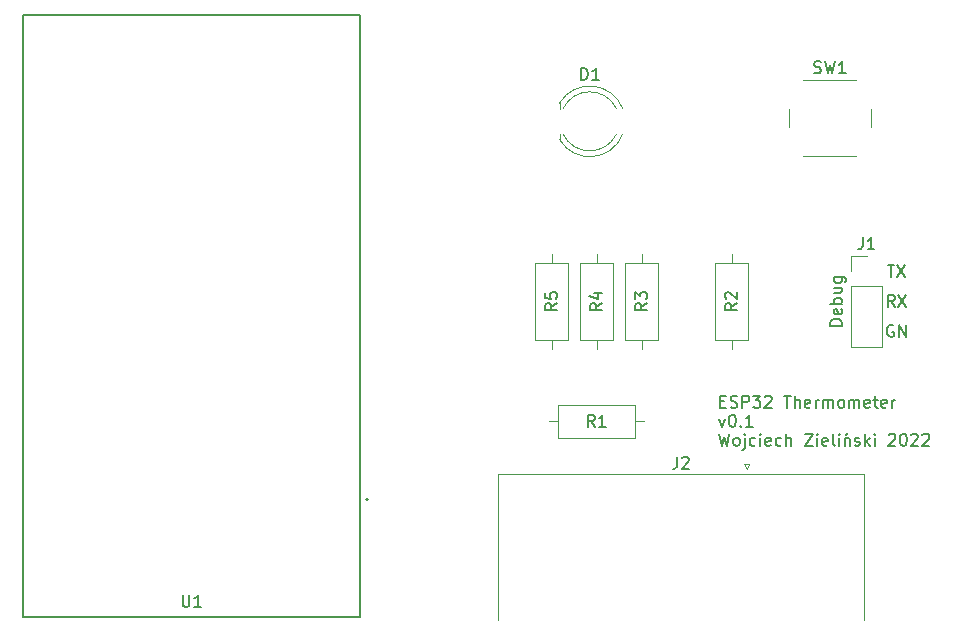
<source format=gbr>
G04 #@! TF.GenerationSoftware,KiCad,Pcbnew,6.0.7-1.fc36*
G04 #@! TF.CreationDate,2022-09-04T22:09:16+02:00*
G04 #@! TF.ProjectId,Project,50726f6a-6563-4742-9e6b-696361645f70,rev?*
G04 #@! TF.SameCoordinates,Original*
G04 #@! TF.FileFunction,Legend,Top*
G04 #@! TF.FilePolarity,Positive*
%FSLAX46Y46*%
G04 Gerber Fmt 4.6, Leading zero omitted, Abs format (unit mm)*
G04 Created by KiCad (PCBNEW 6.0.7-1.fc36) date 2022-09-04 22:09:16*
%MOMM*%
%LPD*%
G01*
G04 APERTURE LIST*
%ADD10C,0.150000*%
%ADD11C,0.120000*%
%ADD12C,0.127000*%
%ADD13C,0.200000*%
G04 APERTURE END LIST*
D10*
X99395595Y-117698571D02*
X99728928Y-117698571D01*
X99871785Y-118222380D02*
X99395595Y-118222380D01*
X99395595Y-117222380D01*
X99871785Y-117222380D01*
X100252738Y-118174761D02*
X100395595Y-118222380D01*
X100633690Y-118222380D01*
X100728928Y-118174761D01*
X100776547Y-118127142D01*
X100824166Y-118031904D01*
X100824166Y-117936666D01*
X100776547Y-117841428D01*
X100728928Y-117793809D01*
X100633690Y-117746190D01*
X100443214Y-117698571D01*
X100347976Y-117650952D01*
X100300357Y-117603333D01*
X100252738Y-117508095D01*
X100252738Y-117412857D01*
X100300357Y-117317619D01*
X100347976Y-117270000D01*
X100443214Y-117222380D01*
X100681309Y-117222380D01*
X100824166Y-117270000D01*
X101252738Y-118222380D02*
X101252738Y-117222380D01*
X101633690Y-117222380D01*
X101728928Y-117270000D01*
X101776547Y-117317619D01*
X101824166Y-117412857D01*
X101824166Y-117555714D01*
X101776547Y-117650952D01*
X101728928Y-117698571D01*
X101633690Y-117746190D01*
X101252738Y-117746190D01*
X102157500Y-117222380D02*
X102776547Y-117222380D01*
X102443214Y-117603333D01*
X102586071Y-117603333D01*
X102681309Y-117650952D01*
X102728928Y-117698571D01*
X102776547Y-117793809D01*
X102776547Y-118031904D01*
X102728928Y-118127142D01*
X102681309Y-118174761D01*
X102586071Y-118222380D01*
X102300357Y-118222380D01*
X102205119Y-118174761D01*
X102157500Y-118127142D01*
X103157500Y-117317619D02*
X103205119Y-117270000D01*
X103300357Y-117222380D01*
X103538452Y-117222380D01*
X103633690Y-117270000D01*
X103681309Y-117317619D01*
X103728928Y-117412857D01*
X103728928Y-117508095D01*
X103681309Y-117650952D01*
X103109880Y-118222380D01*
X103728928Y-118222380D01*
X104776547Y-117222380D02*
X105347976Y-117222380D01*
X105062261Y-118222380D02*
X105062261Y-117222380D01*
X105681309Y-118222380D02*
X105681309Y-117222380D01*
X106109880Y-118222380D02*
X106109880Y-117698571D01*
X106062261Y-117603333D01*
X105967023Y-117555714D01*
X105824166Y-117555714D01*
X105728928Y-117603333D01*
X105681309Y-117650952D01*
X106967023Y-118174761D02*
X106871785Y-118222380D01*
X106681309Y-118222380D01*
X106586071Y-118174761D01*
X106538452Y-118079523D01*
X106538452Y-117698571D01*
X106586071Y-117603333D01*
X106681309Y-117555714D01*
X106871785Y-117555714D01*
X106967023Y-117603333D01*
X107014642Y-117698571D01*
X107014642Y-117793809D01*
X106538452Y-117889047D01*
X107443214Y-118222380D02*
X107443214Y-117555714D01*
X107443214Y-117746190D02*
X107490833Y-117650952D01*
X107538452Y-117603333D01*
X107633690Y-117555714D01*
X107728928Y-117555714D01*
X108062261Y-118222380D02*
X108062261Y-117555714D01*
X108062261Y-117650952D02*
X108109880Y-117603333D01*
X108205119Y-117555714D01*
X108347976Y-117555714D01*
X108443214Y-117603333D01*
X108490833Y-117698571D01*
X108490833Y-118222380D01*
X108490833Y-117698571D02*
X108538452Y-117603333D01*
X108633690Y-117555714D01*
X108776547Y-117555714D01*
X108871785Y-117603333D01*
X108919404Y-117698571D01*
X108919404Y-118222380D01*
X109538452Y-118222380D02*
X109443214Y-118174761D01*
X109395595Y-118127142D01*
X109347976Y-118031904D01*
X109347976Y-117746190D01*
X109395595Y-117650952D01*
X109443214Y-117603333D01*
X109538452Y-117555714D01*
X109681309Y-117555714D01*
X109776547Y-117603333D01*
X109824166Y-117650952D01*
X109871785Y-117746190D01*
X109871785Y-118031904D01*
X109824166Y-118127142D01*
X109776547Y-118174761D01*
X109681309Y-118222380D01*
X109538452Y-118222380D01*
X110300357Y-118222380D02*
X110300357Y-117555714D01*
X110300357Y-117650952D02*
X110347976Y-117603333D01*
X110443214Y-117555714D01*
X110586071Y-117555714D01*
X110681309Y-117603333D01*
X110728928Y-117698571D01*
X110728928Y-118222380D01*
X110728928Y-117698571D02*
X110776547Y-117603333D01*
X110871785Y-117555714D01*
X111014642Y-117555714D01*
X111109880Y-117603333D01*
X111157500Y-117698571D01*
X111157500Y-118222380D01*
X112014642Y-118174761D02*
X111919404Y-118222380D01*
X111728928Y-118222380D01*
X111633690Y-118174761D01*
X111586071Y-118079523D01*
X111586071Y-117698571D01*
X111633690Y-117603333D01*
X111728928Y-117555714D01*
X111919404Y-117555714D01*
X112014642Y-117603333D01*
X112062261Y-117698571D01*
X112062261Y-117793809D01*
X111586071Y-117889047D01*
X112347976Y-117555714D02*
X112728928Y-117555714D01*
X112490833Y-117222380D02*
X112490833Y-118079523D01*
X112538452Y-118174761D01*
X112633690Y-118222380D01*
X112728928Y-118222380D01*
X113443214Y-118174761D02*
X113347976Y-118222380D01*
X113157500Y-118222380D01*
X113062261Y-118174761D01*
X113014642Y-118079523D01*
X113014642Y-117698571D01*
X113062261Y-117603333D01*
X113157500Y-117555714D01*
X113347976Y-117555714D01*
X113443214Y-117603333D01*
X113490833Y-117698571D01*
X113490833Y-117793809D01*
X113014642Y-117889047D01*
X113919404Y-118222380D02*
X113919404Y-117555714D01*
X113919404Y-117746190D02*
X113967023Y-117650952D01*
X114014642Y-117603333D01*
X114109880Y-117555714D01*
X114205119Y-117555714D01*
X99300357Y-119165714D02*
X99538452Y-119832380D01*
X99776547Y-119165714D01*
X100347976Y-118832380D02*
X100443214Y-118832380D01*
X100538452Y-118880000D01*
X100586071Y-118927619D01*
X100633690Y-119022857D01*
X100681309Y-119213333D01*
X100681309Y-119451428D01*
X100633690Y-119641904D01*
X100586071Y-119737142D01*
X100538452Y-119784761D01*
X100443214Y-119832380D01*
X100347976Y-119832380D01*
X100252738Y-119784761D01*
X100205119Y-119737142D01*
X100157500Y-119641904D01*
X100109880Y-119451428D01*
X100109880Y-119213333D01*
X100157500Y-119022857D01*
X100205119Y-118927619D01*
X100252738Y-118880000D01*
X100347976Y-118832380D01*
X101109880Y-119737142D02*
X101157500Y-119784761D01*
X101109880Y-119832380D01*
X101062261Y-119784761D01*
X101109880Y-119737142D01*
X101109880Y-119832380D01*
X102109880Y-119832380D02*
X101538452Y-119832380D01*
X101824166Y-119832380D02*
X101824166Y-118832380D01*
X101728928Y-118975238D01*
X101633690Y-119070476D01*
X101538452Y-119118095D01*
X99300357Y-120442380D02*
X99538452Y-121442380D01*
X99728928Y-120728095D01*
X99919404Y-121442380D01*
X100157500Y-120442380D01*
X100681309Y-121442380D02*
X100586071Y-121394761D01*
X100538452Y-121347142D01*
X100490833Y-121251904D01*
X100490833Y-120966190D01*
X100538452Y-120870952D01*
X100586071Y-120823333D01*
X100681309Y-120775714D01*
X100824166Y-120775714D01*
X100919404Y-120823333D01*
X100967023Y-120870952D01*
X101014642Y-120966190D01*
X101014642Y-121251904D01*
X100967023Y-121347142D01*
X100919404Y-121394761D01*
X100824166Y-121442380D01*
X100681309Y-121442380D01*
X101443214Y-120775714D02*
X101443214Y-121632857D01*
X101395595Y-121728095D01*
X101300357Y-121775714D01*
X101252738Y-121775714D01*
X101443214Y-120442380D02*
X101395595Y-120490000D01*
X101443214Y-120537619D01*
X101490833Y-120490000D01*
X101443214Y-120442380D01*
X101443214Y-120537619D01*
X102347976Y-121394761D02*
X102252738Y-121442380D01*
X102062261Y-121442380D01*
X101967023Y-121394761D01*
X101919404Y-121347142D01*
X101871785Y-121251904D01*
X101871785Y-120966190D01*
X101919404Y-120870952D01*
X101967023Y-120823333D01*
X102062261Y-120775714D01*
X102252738Y-120775714D01*
X102347976Y-120823333D01*
X102776547Y-121442380D02*
X102776547Y-120775714D01*
X102776547Y-120442380D02*
X102728928Y-120490000D01*
X102776547Y-120537619D01*
X102824166Y-120490000D01*
X102776547Y-120442380D01*
X102776547Y-120537619D01*
X103633690Y-121394761D02*
X103538452Y-121442380D01*
X103347976Y-121442380D01*
X103252738Y-121394761D01*
X103205119Y-121299523D01*
X103205119Y-120918571D01*
X103252738Y-120823333D01*
X103347976Y-120775714D01*
X103538452Y-120775714D01*
X103633690Y-120823333D01*
X103681309Y-120918571D01*
X103681309Y-121013809D01*
X103205119Y-121109047D01*
X104538452Y-121394761D02*
X104443214Y-121442380D01*
X104252738Y-121442380D01*
X104157500Y-121394761D01*
X104109880Y-121347142D01*
X104062261Y-121251904D01*
X104062261Y-120966190D01*
X104109880Y-120870952D01*
X104157500Y-120823333D01*
X104252738Y-120775714D01*
X104443214Y-120775714D01*
X104538452Y-120823333D01*
X104967023Y-121442380D02*
X104967023Y-120442380D01*
X105395595Y-121442380D02*
X105395595Y-120918571D01*
X105347976Y-120823333D01*
X105252738Y-120775714D01*
X105109880Y-120775714D01*
X105014642Y-120823333D01*
X104967023Y-120870952D01*
X106538452Y-120442380D02*
X107205119Y-120442380D01*
X106538452Y-121442380D01*
X107205119Y-121442380D01*
X107586071Y-121442380D02*
X107586071Y-120775714D01*
X107586071Y-120442380D02*
X107538452Y-120490000D01*
X107586071Y-120537619D01*
X107633690Y-120490000D01*
X107586071Y-120442380D01*
X107586071Y-120537619D01*
X108443214Y-121394761D02*
X108347976Y-121442380D01*
X108157500Y-121442380D01*
X108062261Y-121394761D01*
X108014642Y-121299523D01*
X108014642Y-120918571D01*
X108062261Y-120823333D01*
X108157500Y-120775714D01*
X108347976Y-120775714D01*
X108443214Y-120823333D01*
X108490833Y-120918571D01*
X108490833Y-121013809D01*
X108014642Y-121109047D01*
X109062261Y-121442380D02*
X108967023Y-121394761D01*
X108919404Y-121299523D01*
X108919404Y-120442380D01*
X109443214Y-121442380D02*
X109443214Y-120775714D01*
X109443214Y-120442380D02*
X109395595Y-120490000D01*
X109443214Y-120537619D01*
X109490833Y-120490000D01*
X109443214Y-120442380D01*
X109443214Y-120537619D01*
X109919404Y-120775714D02*
X109919404Y-121442380D01*
X109919404Y-120870952D02*
X109967023Y-120823333D01*
X110062261Y-120775714D01*
X110205119Y-120775714D01*
X110300357Y-120823333D01*
X110347976Y-120918571D01*
X110347976Y-121442380D01*
X110205119Y-120394761D02*
X110062261Y-120537619D01*
X110776547Y-121394761D02*
X110871785Y-121442380D01*
X111062261Y-121442380D01*
X111157500Y-121394761D01*
X111205119Y-121299523D01*
X111205119Y-121251904D01*
X111157500Y-121156666D01*
X111062261Y-121109047D01*
X110919404Y-121109047D01*
X110824166Y-121061428D01*
X110776547Y-120966190D01*
X110776547Y-120918571D01*
X110824166Y-120823333D01*
X110919404Y-120775714D01*
X111062261Y-120775714D01*
X111157500Y-120823333D01*
X111633690Y-121442380D02*
X111633690Y-120442380D01*
X111728928Y-121061428D02*
X112014642Y-121442380D01*
X112014642Y-120775714D02*
X111633690Y-121156666D01*
X112443214Y-121442380D02*
X112443214Y-120775714D01*
X112443214Y-120442380D02*
X112395595Y-120490000D01*
X112443214Y-120537619D01*
X112490833Y-120490000D01*
X112443214Y-120442380D01*
X112443214Y-120537619D01*
X113633690Y-120537619D02*
X113681309Y-120490000D01*
X113776547Y-120442380D01*
X114014642Y-120442380D01*
X114109880Y-120490000D01*
X114157500Y-120537619D01*
X114205119Y-120632857D01*
X114205119Y-120728095D01*
X114157500Y-120870952D01*
X113586071Y-121442380D01*
X114205119Y-121442380D01*
X114824166Y-120442380D02*
X114919404Y-120442380D01*
X115014642Y-120490000D01*
X115062261Y-120537619D01*
X115109880Y-120632857D01*
X115157500Y-120823333D01*
X115157500Y-121061428D01*
X115109880Y-121251904D01*
X115062261Y-121347142D01*
X115014642Y-121394761D01*
X114919404Y-121442380D01*
X114824166Y-121442380D01*
X114728928Y-121394761D01*
X114681309Y-121347142D01*
X114633690Y-121251904D01*
X114586071Y-121061428D01*
X114586071Y-120823333D01*
X114633690Y-120632857D01*
X114681309Y-120537619D01*
X114728928Y-120490000D01*
X114824166Y-120442380D01*
X115538452Y-120537619D02*
X115586071Y-120490000D01*
X115681309Y-120442380D01*
X115919404Y-120442380D01*
X116014642Y-120490000D01*
X116062261Y-120537619D01*
X116109880Y-120632857D01*
X116109880Y-120728095D01*
X116062261Y-120870952D01*
X115490833Y-121442380D01*
X116109880Y-121442380D01*
X116490833Y-120537619D02*
X116538452Y-120490000D01*
X116633690Y-120442380D01*
X116871785Y-120442380D01*
X116967023Y-120490000D01*
X117014642Y-120537619D01*
X117062261Y-120632857D01*
X117062261Y-120728095D01*
X117014642Y-120870952D01*
X116443214Y-121442380D01*
X117062261Y-121442380D01*
X114038095Y-111260000D02*
X113942857Y-111212380D01*
X113800000Y-111212380D01*
X113657142Y-111260000D01*
X113561904Y-111355238D01*
X113514285Y-111450476D01*
X113466666Y-111640952D01*
X113466666Y-111783809D01*
X113514285Y-111974285D01*
X113561904Y-112069523D01*
X113657142Y-112164761D01*
X113800000Y-112212380D01*
X113895238Y-112212380D01*
X114038095Y-112164761D01*
X114085714Y-112117142D01*
X114085714Y-111783809D01*
X113895238Y-111783809D01*
X114514285Y-112212380D02*
X114514285Y-111212380D01*
X115085714Y-112212380D01*
X115085714Y-111212380D01*
X114133333Y-109672380D02*
X113800000Y-109196190D01*
X113561904Y-109672380D02*
X113561904Y-108672380D01*
X113942857Y-108672380D01*
X114038095Y-108720000D01*
X114085714Y-108767619D01*
X114133333Y-108862857D01*
X114133333Y-109005714D01*
X114085714Y-109100952D01*
X114038095Y-109148571D01*
X113942857Y-109196190D01*
X113561904Y-109196190D01*
X114466666Y-108672380D02*
X115133333Y-109672380D01*
X115133333Y-108672380D02*
X114466666Y-109672380D01*
X109672380Y-111267619D02*
X108672380Y-111267619D01*
X108672380Y-111029523D01*
X108720000Y-110886666D01*
X108815238Y-110791428D01*
X108910476Y-110743809D01*
X109100952Y-110696190D01*
X109243809Y-110696190D01*
X109434285Y-110743809D01*
X109529523Y-110791428D01*
X109624761Y-110886666D01*
X109672380Y-111029523D01*
X109672380Y-111267619D01*
X109624761Y-109886666D02*
X109672380Y-109981904D01*
X109672380Y-110172380D01*
X109624761Y-110267619D01*
X109529523Y-110315238D01*
X109148571Y-110315238D01*
X109053333Y-110267619D01*
X109005714Y-110172380D01*
X109005714Y-109981904D01*
X109053333Y-109886666D01*
X109148571Y-109839047D01*
X109243809Y-109839047D01*
X109339047Y-110315238D01*
X109672380Y-109410476D02*
X108672380Y-109410476D01*
X109053333Y-109410476D02*
X109005714Y-109315238D01*
X109005714Y-109124761D01*
X109053333Y-109029523D01*
X109100952Y-108981904D01*
X109196190Y-108934285D01*
X109481904Y-108934285D01*
X109577142Y-108981904D01*
X109624761Y-109029523D01*
X109672380Y-109124761D01*
X109672380Y-109315238D01*
X109624761Y-109410476D01*
X109005714Y-108077142D02*
X109672380Y-108077142D01*
X109005714Y-108505714D02*
X109529523Y-108505714D01*
X109624761Y-108458095D01*
X109672380Y-108362857D01*
X109672380Y-108220000D01*
X109624761Y-108124761D01*
X109577142Y-108077142D01*
X109005714Y-107172380D02*
X109815238Y-107172380D01*
X109910476Y-107220000D01*
X109958095Y-107267619D01*
X110005714Y-107362857D01*
X110005714Y-107505714D01*
X109958095Y-107600952D01*
X109624761Y-107172380D02*
X109672380Y-107267619D01*
X109672380Y-107458095D01*
X109624761Y-107553333D01*
X109577142Y-107600952D01*
X109481904Y-107648571D01*
X109196190Y-107648571D01*
X109100952Y-107600952D01*
X109053333Y-107553333D01*
X109005714Y-107458095D01*
X109005714Y-107267619D01*
X109053333Y-107172380D01*
X113538095Y-106132380D02*
X114109523Y-106132380D01*
X113823809Y-107132380D02*
X113823809Y-106132380D01*
X114347619Y-106132380D02*
X115014285Y-107132380D01*
X115014285Y-106132380D02*
X114347619Y-107132380D01*
X87590404Y-90472380D02*
X87590404Y-89472380D01*
X87828500Y-89472380D01*
X87971357Y-89520000D01*
X88066595Y-89615238D01*
X88114214Y-89710476D01*
X88161833Y-89900952D01*
X88161833Y-90043809D01*
X88114214Y-90234285D01*
X88066595Y-90329523D01*
X87971357Y-90424761D01*
X87828500Y-90472380D01*
X87590404Y-90472380D01*
X89114214Y-90472380D02*
X88542785Y-90472380D01*
X88828500Y-90472380D02*
X88828500Y-89472380D01*
X88733261Y-89615238D01*
X88638023Y-89710476D01*
X88542785Y-89758095D01*
X111426666Y-103802380D02*
X111426666Y-104516666D01*
X111379047Y-104659523D01*
X111283809Y-104754761D01*
X111140952Y-104802380D01*
X111045714Y-104802380D01*
X112426666Y-104802380D02*
X111855238Y-104802380D01*
X112140952Y-104802380D02*
X112140952Y-103802380D01*
X112045714Y-103945238D01*
X111950476Y-104040476D01*
X111855238Y-104088095D01*
X95726666Y-122382380D02*
X95726666Y-123096666D01*
X95679047Y-123239523D01*
X95583809Y-123334761D01*
X95440952Y-123382380D01*
X95345714Y-123382380D01*
X96155238Y-122477619D02*
X96202857Y-122430000D01*
X96298095Y-122382380D01*
X96536190Y-122382380D01*
X96631428Y-122430000D01*
X96679047Y-122477619D01*
X96726666Y-122572857D01*
X96726666Y-122668095D01*
X96679047Y-122810952D01*
X96107619Y-123382380D01*
X96726666Y-123382380D01*
X88733333Y-119832380D02*
X88400000Y-119356190D01*
X88161904Y-119832380D02*
X88161904Y-118832380D01*
X88542857Y-118832380D01*
X88638095Y-118880000D01*
X88685714Y-118927619D01*
X88733333Y-119022857D01*
X88733333Y-119165714D01*
X88685714Y-119260952D01*
X88638095Y-119308571D01*
X88542857Y-119356190D01*
X88161904Y-119356190D01*
X89685714Y-119832380D02*
X89114285Y-119832380D01*
X89400000Y-119832380D02*
X89400000Y-118832380D01*
X89304761Y-118975238D01*
X89209523Y-119070476D01*
X89114285Y-119118095D01*
X100782380Y-109386666D02*
X100306190Y-109720000D01*
X100782380Y-109958095D02*
X99782380Y-109958095D01*
X99782380Y-109577142D01*
X99830000Y-109481904D01*
X99877619Y-109434285D01*
X99972857Y-109386666D01*
X100115714Y-109386666D01*
X100210952Y-109434285D01*
X100258571Y-109481904D01*
X100306190Y-109577142D01*
X100306190Y-109958095D01*
X99877619Y-109005714D02*
X99830000Y-108958095D01*
X99782380Y-108862857D01*
X99782380Y-108624761D01*
X99830000Y-108529523D01*
X99877619Y-108481904D01*
X99972857Y-108434285D01*
X100068095Y-108434285D01*
X100210952Y-108481904D01*
X100782380Y-109053333D01*
X100782380Y-108434285D01*
X93162380Y-109386666D02*
X92686190Y-109720000D01*
X93162380Y-109958095D02*
X92162380Y-109958095D01*
X92162380Y-109577142D01*
X92210000Y-109481904D01*
X92257619Y-109434285D01*
X92352857Y-109386666D01*
X92495714Y-109386666D01*
X92590952Y-109434285D01*
X92638571Y-109481904D01*
X92686190Y-109577142D01*
X92686190Y-109958095D01*
X92162380Y-109053333D02*
X92162380Y-108434285D01*
X92543333Y-108767619D01*
X92543333Y-108624761D01*
X92590952Y-108529523D01*
X92638571Y-108481904D01*
X92733809Y-108434285D01*
X92971904Y-108434285D01*
X93067142Y-108481904D01*
X93114761Y-108529523D01*
X93162380Y-108624761D01*
X93162380Y-108910476D01*
X93114761Y-109005714D01*
X93067142Y-109053333D01*
X89352380Y-109386666D02*
X88876190Y-109720000D01*
X89352380Y-109958095D02*
X88352380Y-109958095D01*
X88352380Y-109577142D01*
X88400000Y-109481904D01*
X88447619Y-109434285D01*
X88542857Y-109386666D01*
X88685714Y-109386666D01*
X88780952Y-109434285D01*
X88828571Y-109481904D01*
X88876190Y-109577142D01*
X88876190Y-109958095D01*
X88685714Y-108529523D02*
X89352380Y-108529523D01*
X88304761Y-108767619D02*
X89019047Y-109005714D01*
X89019047Y-108386666D01*
X85542380Y-109386666D02*
X85066190Y-109720000D01*
X85542380Y-109958095D02*
X84542380Y-109958095D01*
X84542380Y-109577142D01*
X84590000Y-109481904D01*
X84637619Y-109434285D01*
X84732857Y-109386666D01*
X84875714Y-109386666D01*
X84970952Y-109434285D01*
X85018571Y-109481904D01*
X85066190Y-109577142D01*
X85066190Y-109958095D01*
X84542380Y-108481904D02*
X84542380Y-108958095D01*
X85018571Y-109005714D01*
X84970952Y-108958095D01*
X84923333Y-108862857D01*
X84923333Y-108624761D01*
X84970952Y-108529523D01*
X85018571Y-108481904D01*
X85113809Y-108434285D01*
X85351904Y-108434285D01*
X85447142Y-108481904D01*
X85494761Y-108529523D01*
X85542380Y-108624761D01*
X85542380Y-108862857D01*
X85494761Y-108958095D01*
X85447142Y-109005714D01*
X107326666Y-89844761D02*
X107469523Y-89892380D01*
X107707619Y-89892380D01*
X107802857Y-89844761D01*
X107850476Y-89797142D01*
X107898095Y-89701904D01*
X107898095Y-89606666D01*
X107850476Y-89511428D01*
X107802857Y-89463809D01*
X107707619Y-89416190D01*
X107517142Y-89368571D01*
X107421904Y-89320952D01*
X107374285Y-89273333D01*
X107326666Y-89178095D01*
X107326666Y-89082857D01*
X107374285Y-88987619D01*
X107421904Y-88940000D01*
X107517142Y-88892380D01*
X107755238Y-88892380D01*
X107898095Y-88940000D01*
X108231428Y-88892380D02*
X108469523Y-89892380D01*
X108660000Y-89178095D01*
X108850476Y-89892380D01*
X109088571Y-88892380D01*
X109993333Y-89892380D02*
X109421904Y-89892380D01*
X109707619Y-89892380D02*
X109707619Y-88892380D01*
X109612380Y-89035238D01*
X109517142Y-89130476D01*
X109421904Y-89178095D01*
X53848095Y-134072380D02*
X53848095Y-134881904D01*
X53895714Y-134977142D01*
X53943333Y-135024761D01*
X54038571Y-135072380D01*
X54229047Y-135072380D01*
X54324285Y-135024761D01*
X54371904Y-134977142D01*
X54419523Y-134881904D01*
X54419523Y-134072380D01*
X55419523Y-135072380D02*
X54848095Y-135072380D01*
X55133809Y-135072380D02*
X55133809Y-134072380D01*
X55038571Y-134215238D01*
X54943333Y-134310476D01*
X54848095Y-134358095D01*
D11*
X85768500Y-95060000D02*
X85768500Y-95525000D01*
X85768500Y-92435000D02*
X85768500Y-92900000D01*
X90582979Y-92899571D02*
G75*
G03*
X86073816Y-92900000I-2254479J-1080429D01*
G01*
X91116315Y-92899173D02*
G75*
G03*
X85768500Y-92435170I-2787815J-1080827D01*
G01*
X86073816Y-95060000D02*
G75*
G03*
X90582979Y-95060429I2254684J1080000D01*
G01*
X85768500Y-95524830D02*
G75*
G03*
X91116315Y-95060827I2560000J1544830D01*
G01*
X110430000Y-113090000D02*
X113090000Y-113090000D01*
X110430000Y-107950000D02*
X110430000Y-113090000D01*
X113090000Y-107950000D02*
X113090000Y-113090000D01*
X110430000Y-105350000D02*
X111760000Y-105350000D01*
X110430000Y-106680000D02*
X110430000Y-105350000D01*
X110430000Y-107950000D02*
X113090000Y-107950000D01*
X111545000Y-123870000D02*
X111545000Y-136210000D01*
X101600000Y-123408675D02*
X101350000Y-122975662D01*
X80575000Y-136210000D02*
X80575000Y-123870000D01*
X101350000Y-122975662D02*
X101850000Y-122975662D01*
X80575000Y-123870000D02*
X111545000Y-123870000D01*
X101850000Y-122975662D02*
X101600000Y-123408675D01*
X92170000Y-118010000D02*
X85630000Y-118010000D01*
X84860000Y-119380000D02*
X85630000Y-119380000D01*
X85630000Y-120750000D02*
X92170000Y-120750000D01*
X92940000Y-119380000D02*
X92170000Y-119380000D01*
X92170000Y-120750000D02*
X92170000Y-118010000D01*
X85630000Y-118010000D02*
X85630000Y-120750000D01*
X101700000Y-105950000D02*
X98960000Y-105950000D01*
X98960000Y-105950000D02*
X98960000Y-112490000D01*
X100330000Y-105180000D02*
X100330000Y-105950000D01*
X98960000Y-112490000D02*
X101700000Y-112490000D01*
X100330000Y-113260000D02*
X100330000Y-112490000D01*
X101700000Y-112490000D02*
X101700000Y-105950000D01*
X92710000Y-105180000D02*
X92710000Y-105950000D01*
X92710000Y-113260000D02*
X92710000Y-112490000D01*
X94080000Y-105950000D02*
X91340000Y-105950000D01*
X91340000Y-105950000D02*
X91340000Y-112490000D01*
X91340000Y-112490000D02*
X94080000Y-112490000D01*
X94080000Y-112490000D02*
X94080000Y-105950000D01*
X87530000Y-105950000D02*
X87530000Y-112490000D01*
X90270000Y-112490000D02*
X90270000Y-105950000D01*
X88900000Y-113260000D02*
X88900000Y-112490000D01*
X88900000Y-105180000D02*
X88900000Y-105950000D01*
X87530000Y-112490000D02*
X90270000Y-112490000D01*
X90270000Y-105950000D02*
X87530000Y-105950000D01*
X83720000Y-112490000D02*
X86460000Y-112490000D01*
X83720000Y-105950000D02*
X83720000Y-112490000D01*
X86460000Y-112490000D02*
X86460000Y-105950000D01*
X85090000Y-113260000D02*
X85090000Y-112490000D01*
X86460000Y-105950000D02*
X83720000Y-105950000D01*
X85090000Y-105180000D02*
X85090000Y-105950000D01*
X105160000Y-92940000D02*
X105160000Y-94440000D01*
X106410000Y-96940000D02*
X110910000Y-96940000D01*
X112160000Y-94440000D02*
X112160000Y-92940000D01*
X110910000Y-90440000D02*
X106410000Y-90440000D01*
D12*
X51110000Y-135965000D02*
X40380000Y-135965000D01*
X68890000Y-85015000D02*
X68890000Y-135965000D01*
X68890000Y-135965000D02*
X40380000Y-135965000D01*
X40380000Y-135965000D02*
X40380000Y-85015000D01*
X40380000Y-135965000D02*
X40380000Y-85015000D01*
X57821000Y-135965000D02*
X51110000Y-135965000D01*
X63520000Y-85015000D02*
X45830000Y-85015000D01*
X68890000Y-135965000D02*
X57821000Y-135965000D01*
X68890000Y-85015000D02*
X68890000Y-135965000D01*
X40380000Y-85015000D02*
X68890000Y-85015000D01*
X45830000Y-85015000D02*
X40380000Y-85015000D01*
X68890000Y-85015000D02*
X63520000Y-85015000D01*
D13*
X69560000Y-126005000D02*
G75*
G03*
X69560000Y-126005000I-100000J0D01*
G01*
M02*

</source>
